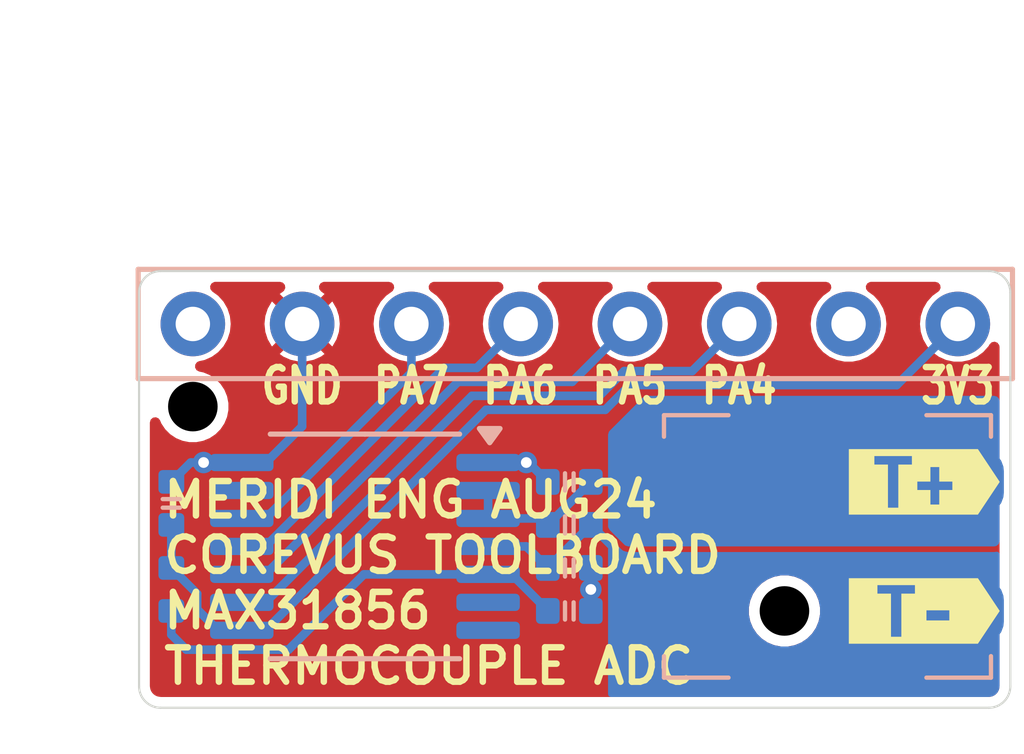
<source format=kicad_pcb>
(kicad_pcb (version 20240108) (generator "pcbnew") (generator_version "8.0")
  (layers (0 "F.Cu" signal) (31 "B.Cu" signal) (34 "B.Paste" user) (35 "F.Paste" user) (36 "B.SilkS" user "B.Silkscreen") (37 "F.SilkS" user "F.Silkscreen") (38 "B.Mask" user) (39 "F.Mask" user) (44 "Edge.Cuts" user))
  (net 0 "")
  (net 1 "+3.3V")
  (net 2 "VDDA")
  (net 3 "/PA6")
  (net 4 "/PA7")
  (net 5 "GND")
  (net 7 "+12V")
  (net 8 "/PA5")
  (net 9 "/PA4")
  (net 13 "/T+")
  (net 14 "/T-")
  (footprint "corevus:ToolingHole" (layer "F.Cu") (at -17.25 5.75)
    (property "Reference" "H1" (hide yes))
    (property "Value" "ToolingHole")
    (pad "" np_thru_hole circle (at 0 0) (size 1.3 1.3) (drill 1.152) (layers "*.Mask"))
  )
  (footprint "kibuzzard-66C1A6C4" (layer "F.Cu") (at -0.25 7.5)
    (property "Reference" "kibuzzard-66C1A6C4" (hide yes))
    (property "Value" "G***" (hide yes))
    (fp_poly (pts (xy -1.349973 -0.761551) (xy -1.75385 -0.761551) (xy -1.75385 0.761551) (xy -1.349973 0.761551) (xy -0.60377 0.761551) (xy -0.60377 0.6) (xy -0.844157 0.6) (xy -0.844157 -0.402262) (xy -1.160151 -0.402262) (xy -1.160151 -0.6) (xy -0.287776 -0.6) (xy -0.287776 -0.402262) (xy -0.60377 -0.402262) (xy -0.60377 0.6) (xy -0.60377 0.761551) (xy 0.348088 0.761551) (xy 0.348088 0.526333) (xy 0.142596 0.526333) (xy 0.142596 0.189015) (xy -0.161766 0.189015) (xy -0.161766 -0.006785) (xy 0.142596 -0.006785) (xy 0.142596 -0.344103) (xy 0.348088 -0.344103) (xy 0.348088 -0.006785) (xy 0.65245 -0.006785) (xy 0.65245 0.189015) (xy 0.348088 0.189015) (xy 0.348088 0.526333) (xy 0.348088 0.761551) (xy 0.842272 0.761551) (xy 1.24615 0.761551) (xy 1.75385 0) (xy 1.24615 -0.761551) (xy 0.842272 -0.761551) (xy -1.349973 -0.761551)) (fill solid) (layer "F.SilkS"))
  )
  (footprint "corevus:ToolingHole" (layer "F.Cu") (at -3.5 10.5)
    (property "Reference" "H2" (hide yes))
    (property "Value" "ToolingHole")
    (pad "" np_thru_hole circle (at 0 0) (size 1.3 1.3) (drill 1.152) (layers "*.Mask"))
  )
  (footprint "kibuzzard-66C1A6D0" (layer "F.Cu") (at -0.25 10.5)
    (property "Reference" "kibuzzard-66C1A6D0" (hide yes))
    (property "Value" "G***" (hide yes))
    (fp_poly (pts (xy -1.349973 -0.761551) (xy -1.75385 -0.761551) (xy -1.75385 0.761551) (xy -1.349973 0.761551) (xy -0.53301 0.761551) (xy -0.53301 0.6) (xy -0.773398 0.6) (xy -0.773398 -0.402262) (xy -1.089391 -0.402262) (xy -1.089391 -0.6) (xy -0.217017 -0.6) (xy -0.217017 -0.402262) (xy -0.53301 -0.402262) (xy -0.53301 0.6) (xy -0.53301 0.761551) (xy 0.581691 0.761551) (xy 0.581691 0.220032) (xy 0.050512 0.220032) (xy 0.050512 -0.01454) (xy 0.581691 -0.01454) (xy 0.581691 0.220032) (xy 0.581691 0.761551) (xy 0.842272 0.761551) (xy 1.24615 0.761551) (xy 1.75385 0) (xy 1.24615 -0.761551) (xy 0.842272 -0.761551) (xy -1.349973 -0.761551)) (fill solid) (layer "F.SilkS"))
  )
  (footprint "PCM_ME_passives:0402" (layer "B.Cu") (at -17.75 10 -90)
    (property "Reference" "R1" (hide yes))
    (property "Value" "0Ω")
    (pad "1" smd roundrect (at -0.499999 0 270) (size 0.55 0.6) (layers "B.Cu" "B.Paste" "B.Mask") (roundrect_rratio 0.1818181818) (net 1 "+3.3V"))
    (pad "2" smd roundrect (at 0.499999 0 270) (size 0.55 0.6) (layers "B.Cu" "B.Paste" "B.Mask") (roundrect_rratio 0.1818181818) (net 2 "VDDA"))
  )
  (footprint "PCM_ME_passives:0402C" (layer "B.Cu") (at -8.5 9.5 180)
    (property "Reference" "C3" (hide yes))
    (property "Value" "10nF")
    (fp_line (start 0.1 0.2) (end 0.1 -0.2) (stroke (width 0.1)) (layer "B.SilkS"))
    (fp_line (start -0.1 0.2) (end -0.1 -0.2) (stroke (width 0.1)) (layer "B.SilkS"))
    (pad "1" smd roundrect (at -0.499999 0 180) (size 0.55 0.6) (layers "B.Cu" "B.Paste" "B.Mask") (roundrect_rratio 0.1818181818) (net 5 "GND"))
    (pad "2" smd roundrect (at 0.499999 0 180) (size 0.55 0.6) (layers "B.Cu" "B.Paste" "B.Mask") (roundrect_rratio 0.1818181818) (net 13 "/T+"))
  )
  (footprint "Package_SO:TSSOP-14_4.4x5mm_P0.65mm" (layer "B.Cu") (at -13.25 9 180)
    (property "Reference" "U1" (hide yes))
    (property "Value" "MAX31856")
    (fp_line (start 2.2 2.61) (end 0 2.61) (stroke (width 0.12)) (layer "B.SilkS"))
    (fp_line (start 2.2 -2.61) (end 0 -2.61) (stroke (width 0.12)) (layer "B.SilkS"))
    (fp_line (start -2.2 2.61) (end 0 2.61) (stroke (width 0.12)) (layer "B.SilkS"))
    (fp_line (start -2.2 -2.61) (end 0 -2.61) (stroke (width 0.12)) (layer "B.SilkS"))
    (fp_poly (pts (xy -2.9 2.41) (xy -3.14 2.74) (xy -2.66 2.740001) (xy -2.9 2.41)) (stroke (width 0.12)) (fill solid) (layer "B.SilkS"))
    (pad "1" smd roundrect (at -2.8625 1.95 180) (size 1.475 0.4) (layers "B.Cu" "B.Paste" "B.Mask") (net 5 "GND"))
    (pad "2" smd roundrect (at -2.8625 1.3 180) (size 1.475 0.4) (layers "B.Cu" "B.Paste" "B.Mask") (net 14 "/T-"))
    (pad "3" smd roundrect (at -2.8625 0.65 180) (size 1.475 0.4) (layers "B.Cu" "B.Paste" "B.Mask") (net 14 "/T-"))
    (pad "4" smd roundrect (at -2.8625 0 180) (size 1.475 0.4) (layers "B.Cu" "B.Paste" "B.Mask") (net 13 "/T+"))
    (pad "5" smd roundrect (at -2.8625 -0.65 180) (size 1.475 0.4) (layers "B.Cu" "B.Paste" "B.Mask") (net 2 "VDDA"))
    (pad "6" smd roundrect (at -2.8625 -1.3 180) (size 1.475 0.4) (layers "B.Cu" "B.Paste" "B.Mask"))
    (pad "7" smd roundrect (at -2.8625 -1.95 180) (size 1.475 0.4) (layers "B.Cu" "B.Paste" "B.Mask"))
    (pad "8" smd roundrect (at 2.8625 -1.95 180) (size 1.475 0.4) (layers "B.Cu" "B.Paste" "B.Mask") (net 1 "+3.3V"))
    (pad "9" smd roundrect (at 2.8625 -1.3 180) (size 1.475 0.4) (layers "B.Cu" "B.Paste" "B.Mask") (net 9 "/PA4"))
    (pad "10" smd roundrect (at 2.8625 -0.65 180) (size 1.475 0.4) (layers "B.Cu" "B.Paste" "B.Mask") (net 8 "/PA5"))
    (pad "11" smd roundrect (at 2.8625 0 180) (size 1.475 0.4) (layers "B.Cu" "B.Paste" "B.Mask") (net 3 "/PA6"))
    (pad "12" smd roundrect (at 2.8625 0.65 180) (size 1.475 0.4) (layers "B.Cu" "B.Paste" "B.Mask") (net 4 "/PA7"))
    (pad "13" smd roundrect (at 2.8625 1.3 180) (size 1.475 0.4) (layers "B.Cu" "B.Paste" "B.Mask"))
    (pad "14" smd roundrect (at 2.8625 1.95 180) (size 1.475 0.4) (layers "B.Cu" "B.Paste" "B.Mask") (net 5 "GND"))
  )
  (footprint "PCM_ME_passives:0402C" (layer "B.Cu") (at -8.5 8.5 180)
    (property "Reference" "C5" (hide yes))
    (property "Value" "100nF")
    (fp_line (start 0.1 0.2) (end 0.1 -0.2) (stroke (width 0.1)) (layer "B.SilkS"))
    (fp_line (start -0.1 0.2) (end -0.1 -0.2) (stroke (width 0.1)) (layer "B.SilkS"))
    (pad "1" smd roundrect (at -0.499999 0 180) (size 0.55 0.6) (layers "B.Cu" "B.Paste" "B.Mask") (roundrect_rratio 0.1818181818) (net 13 "/T+"))
    (pad "2" smd roundrect (at 0.499999 0 180) (size 0.55 0.6) (layers "B.Cu" "B.Paste" "B.Mask") (roundrect_rratio 0.1818181818) (net 14 "/T-"))
  )
  (footprint "PCM_ME_passives:0402C" (layer "B.Cu") (at -8.5 10.5)
    (property "Reference" "C2" (hide yes))
    (property "Value" "100nF")
    (fp_line (start -0.1 0.2) (end -0.1 -0.2) (stroke (width 0.1)) (layer "B.SilkS"))
    (fp_line (start 0.1 0.2) (end 0.1 -0.2) (stroke (width 0.1)) (layer "B.SilkS"))
    (pad "1" smd roundrect (at -0.499999 0) (size 0.55 0.6) (layers "B.Cu" "B.Paste" "B.Mask") (roundrect_rratio 0.1818181818) (net 2 "VDDA"))
    (pad "2" smd roundrect (at 0.499999 0) (size 0.55 0.6) (layers "B.Cu" "B.Paste" "B.Mask") (roundrect_rratio 0.1818181818) (net 5 "GND"))
  )
  (footprint "PCM_ME_passives:0402C" (layer "B.Cu") (at -8.5 7.5)
    (property "Reference" "C4" (hide yes))
    (property "Value" "10nF")
    (fp_line (start -0.1 0.2) (end -0.1 -0.2) (stroke (width 0.1)) (layer "B.SilkS"))
    (fp_line (start 0.1 0.2) (end 0.1 -0.2) (stroke (width 0.1)) (layer "B.SilkS"))
    (pad "1" smd roundrect (at -0.499999 0) (size 0.55 0.6) (layers "B.Cu" "B.Paste" "B.Mask") (roundrect_rratio 0.1818181818) (net 5 "GND"))
    (pad "2" smd roundrect (at 0.499999 0) (size 0.55 0.6) (layers "B.Cu" "B.Paste" "B.Mask") (roundrect_rratio 0.1818181818) (net 14 "/T-"))
  )
  (footprint "PCM_ME_passives:0402C" (layer "B.Cu") (at -17.75 8 90)
    (property "Reference" "C1" (hide yes))
    (property "Value" "100nF")
    (fp_line (start 0.1 0.2) (end 0.1 -0.2) (stroke (width 0.1)) (layer "B.SilkS"))
    (fp_line (start -0.1 0.2) (end -0.1 -0.2) (stroke (width 0.1)) (layer "B.SilkS"))
    (pad "1" smd roundrect (at -0.499999 0 90) (size 0.55 0.6) (layers "B.Cu" "B.Paste" "B.Mask") (roundrect_rratio 0.1818181818) (net 1 "+3.3V"))
    (pad "2" smd roundrect (at 0.499999 0 90) (size 0.55 0.6) (layers "B.Cu" "B.Paste" "B.Mask") (roundrect_rratio 0.1818181818) (net 5 "GND"))
  )
  (footprint "corevus:PinHeader_1x08_P2.54mm_Vertical" (layer "B.Cu") (at -17.25 3.83 -90)
    (property "Reference" "J1" (hide yes))
    (property "Value" "Conn_01x08_Socket")
    (fp_line (start 1.27 1.27) (end -1.27 1.27) (stroke (width 0.12)) (layer "B.SilkS"))
    (fp_line (start -1.27 -19.05) (end -1.27 1.27) (stroke (width 0.12)) (layer "B.SilkS"))
    (fp_line (start 1.27 -19.05) (end 1.27 1.27) (stroke (width 0.12)) (layer "B.SilkS"))
    (fp_line (start 1.27 -19.05) (end -1.27 -19.05) (stroke (width 0.12)) (layer "B.SilkS"))
    (pad "1" thru_hole circle (at 0 0 270) (size 1.5 1.5) (drill 0.8) (layers "*.Cu" "*.Mask") (net 7 "+12V"))
    (pad "2" thru_hole circle (at 0 -2.54 270) (size 1.5 1.5) (drill 0.8) (layers "*.Cu" "*.Mask") (net 5 "GND"))
    (pad "3" thru_hole circle (at 0 -5.079999 270) (size 1.5 1.5) (drill 0.8) (layers "*.Cu" "*.Mask") (net 4 "/PA7"))
    (pad "4" thru_hole circle (at 0 -7.62 270) (size 1.5 1.5) (drill 0.8) (layers "*.Cu" "*.Mask") (net 3 "/PA6"))
    (pad "5" thru_hole circle (at 0 -10.16 270) (size 1.5 1.5) (drill 0.8) (layers "*.Cu" "*.Mask") (net 8 "/PA5"))
    (pad "6" thru_hole circle (at 0 -12.7 270) (size 1.5 1.5) (drill 0.8) (layers "*.Cu" "*.Mask") (net 9 "/PA4"))
    (pad "7" thru_hole circle (at 0 -15.24 270) (size 1.5 1.5) (drill 0.8) (layers "*.Cu" "*.Mask"))
    (pad "8" thru_hole circle (at 0 -17.780001 270) (size 1.5 1.5) (drill 0.8) (layers "*.Cu" "*.Mask") (net 1 "+3.3V"))
  )
  (footprint "corevus:WAGO_2059-302" (layer "B.Cu") (at -2.5 9 180)
    (property "Reference" "J2" (hide yes))
    (property "Value" "WAGO 1x2P")
    (fp_line (start 3.8 2.55) (end 3.8 3.05) (stroke (width 0.1)) (layer "B.SilkS"))
    (fp_line (start 3.8 -2.55) (end 3.8 -3.05) (stroke (width 0.1)) (layer "B.SilkS"))
    (fp_line (start 2.3 3.05) (end 3.8 3.05) (stroke (width 0.1)) (layer "B.SilkS"))
    (fp_line (start 2.3 -3.05) (end 3.8 -3.05) (stroke (width 0.1)) (layer "B.SilkS"))
    (fp_line (start -2.3 3.05) (end -3.8 3.05) (stroke (width 0.1)) (layer "B.SilkS"))
    (fp_line (start -2.3 -3.05) (end -3.8 -3.05) (stroke (width 0.1)) (layer "B.SilkS"))
    (fp_line (start -3.8 2.55) (end -3.8 3.05) (stroke (width 0.1)) (layer "B.SilkS"))
    (fp_line (start -3.8 -2.55) (end -3.8 -3.05) (stroke (width 0.1)) (layer "B.SilkS"))
    (pad "1" smd roundrect (at -2.85 1.5 90) (size 1.5 2.5) (layers "B.Cu" "B.Paste" "B.Mask") (roundrect_rratio 0.3333333333) (net 14 "/T-"))
    (pad "1" smd roundrect (at 3.35 1.5 90) (size 1.5 2.5) (layers "B.Cu" "B.Paste" "B.Mask") (roundrect_rratio 0.3333333333) (net 14 "/T-"))
    (pad "2" smd roundrect (at -2.85 -1.5 90) (size 1.5 2.5) (layers "B.Cu" "B.Paste" "B.Mask") (roundrect_rratio 0.3333333333) (net 13 "/T+"))
    (pad "2" smd roundrect (at 3.35 -1.5 90) (size 1.5 2.5) (layers "B.Cu" "B.Paste" "B.Mask") (roundrect_rratio 0.3333333333) (net 13 "/T+"))
  )
  (gr_arc (start -18 12.75) (mid -18.353553 12.603553) (end -18.5 12.25) (stroke (width 0.05)) (layer "Edge.Cuts"))
  (gr_line (start -18.5 3.1) (end -18.5 12.25) (stroke (width 0.05)) (layer "Edge.Cuts"))
  (gr_arc (start 1.75 12.25) (mid 1.603553 12.603553) (end 1.25 12.75) (stroke (width 0.05)) (layer "Edge.Cuts"))
  (gr_line (start 1.25 12.75) (end -18 12.75) (stroke (width 0.05)) (layer "Edge.Cuts"))
  (gr_line (start -18 2.6) (end 1.25 2.6) (stroke (width 0.05)) (layer "Edge.Cuts"))
  (gr_arc (start 1.25 2.6) (mid 1.603553 2.746447) (end 1.75 3.1) (stroke (width 0.05)) (layer "Edge.Cuts"))
  (gr_arc (start -18.5 3.1) (mid -18.353553 2.746447) (end -18 2.6) (stroke (width 0.05)) (layer "Edge.Cuts"))
  (gr_line (start 1.75 3.1) (end 1.75 12.25) (stroke (width 0.05)) (layer "Edge.Cuts"))
  (gr_text "PA7" (at -12.17 4.8 0) (layer "F.SilkS") (effects (font (size 0.8 0.6)) (justify top)))
  (gr_text "GND" (at -14.71 4.8 0) (layer "F.SilkS") (effects (font (size 0.8 0.6)) (justify top)))
  (gr_text "PA4" (at -4.55 4.8 0) (layer "F.SilkS") (effects (font (size 0.8 0.6)) (justify top)))
  (gr_text "3V3" (at 0.53 4.8 0) (layer "F.SilkS") (effects (font (size 0.8 0.6)) (justify top)))
  (gr_text "PA6" (at -9.63 4.8 0) (layer "F.SilkS") (effects (font (size 0.8 0.6)) (justify top)))
  (gr_text "MERIDI ENG AUG24\nCOREVUS TOOLBOARD \nMAX31856\nTHERMOCOUPLE ADC" (at -18 12.25 0) (layer "F.SilkS") (effects (font (size 0.8 0.8)) (justify left bottom)))
  (gr_text "PA5" (at -7.09 4.8 0) (layer "F.SilkS") (effects (font (size 0.8 0.6)) (justify top)))
  (segment (start -7.66576 5.825) (end -10.43761 5.825) (width 0.2) (layer "B.Cu") (net 1))
  (segment (start -16.1125 10.95) (end -16.66239 10.95) (width 0.2) (layer "B.Cu") (net 1))
  (segment (start -17.75 8.499999) (end -17.75 9.500001) (width 0.2) (layer "B.Cu") (net 1))
  (segment (start -7.09076 5.25) (end -7.66576 5.825) (width 0.2) (layer "B.Cu") (net 1))
  (segment (start -16.66239 10.95) (end -17.15 10.46239) (width 0.2) (layer "B.Cu") (net 1))
  (segment (start -0.889999 5.25) (end -7.09076 5.25) (width 0.2) (layer "B.Cu") (net 1))
  (segment (start -17.15 10.46239) (end -17.15 10.100001) (width 0.2) (layer "B.Cu") (net 1))
  (segment (start -17.15 10.100001) (end -17.75 9.500001) (width 0.2) (layer "B.Cu") (net 1))
  (segment (start 0.530001 3.83) (end -0.889999 5.25) (width 0.2) (layer "B.Cu") (net 1))
  (segment (start -10.43761 5.825) (end -15.56261 10.95) (width 0.2) (layer "B.Cu") (net 1))
  (segment (start -15.56261 10.95) (end -16.1125 10.95) (width 0.2) (layer "B.Cu") (net 1))
  (segment (start -17.75 11.05) (end -17.75 10.499999) (width 0.2) (layer "B.Cu") (net 2))
  (segment (start -8.999999 10.487611) (end -9.83761 9.65) (width 0.2) (layer "B.Cu") (net 2))
  (segment (start -9.83761 9.65) (end -10.3875 9.65) (width 0.2) (layer "B.Cu") (net 2))
  (segment (start -13.275 9.65) (end -15.025 11.4) (width 0.2) (layer "B.Cu") (net 2))
  (segment (start -8.999999 10.5) (end -8.999999 10.487611) (width 0.2) (layer "B.Cu") (net 2))
  (segment (start -15.025 11.4) (end -17.4 11.4) (width 0.2) (layer "B.Cu") (net 2))
  (segment (start -17.4 11.4) (end -17.75 11.05) (width 0.2) (layer "B.Cu") (net 2))
  (segment (start -10.3875 9.65) (end -13.275 9.65) (width 0.2) (layer "B.Cu") (net 2))
  (segment (start -15.56261 9) (end -11.41261 4.85) (width 0.2) (layer "B.Cu") (net 3))
  (segment (start -16.1125 9) (end -15.56261 9) (width 0.2) (layer "B.Cu") (net 3))
  (segment (start -10.65 4.85) (end -9.63 3.83) (width 0.2) (layer "B.Cu") (net 3))
  (segment (start -11.41261 4.85) (end -10.65 4.85) (width 0.2) (layer "B.Cu") (net 3))
  (segment (start -15.56261 8.35) (end -12.170001 4.957391) (width 0.2) (layer "B.Cu") (net 4))
  (segment (start -16.1125 8.35) (end -15.56261 8.35) (width 0.2) (layer "B.Cu") (net 4))
  (segment (start -12.170001 4.957391) (end -12.170001 3.83) (width 0.2) (layer "B.Cu") (net 4))
  (via (at -8 10) (size 0.5) (drill 0.25) (layers "F.Cu" "B.Cu") (net 5))
  (via (at -17 7.05) (size 0.5) (drill 0.25) (layers "F.Cu" "B.Cu") (net 5))
  (via (at -9.5 7.05) (size 0.5) (drill 0.25) (layers "F.Cu" "B.Cu") (net 5))
  (segment (start -17.299999 7.05) (end -17.75 7.500001) (width 0.2) (layer "B.Cu") (net 5))
  (segment (start -14.71 6.21) (end -15.55 7.05) (width 0.2) (layer "B.Cu") (net 5))
  (segment (start -9.5 7.05) (end -9.449999 7.05) (width 0.2) (layer "B.Cu") (net 5))
  (segment (start -17 7.05) (end -16.1125 7.05) (width 0.2) (layer "B.Cu") (net 5))
  (segment (start -9.5 7.05) (end -10.3875 7.05) (width 0.2) (layer "B.Cu") (net 5))
  (segment (start -8 10) (end -8.000001 10.000001) (width 0.2) (layer "B.Cu") (net 5))
  (segment (start -15.55 7.05) (end -16.1125 7.05) (width 0.2) (layer "B.Cu") (net 5))
  (segment (start -9.449999 7.05) (end -8.999999 7.5) (width 0.2) (layer "B.Cu") (net 5))
  (segment (start -8.000001 10.000001) (end -8.000001 10.5) (width 0.2) (layer "B.Cu") (net 5))
  (segment (start -17 7.05) (end -17.299999 7.05) (width 0.2) (layer "B.Cu") (net 5))
  (segment (start -14.71 3.83) (end -14.71 6.21) (width 0.2) (layer "B.Cu") (net 5))
  (segment (start -8.000001 9.5) (end -8.000001 9.999999) (width 0.2) (layer "B.Cu") (net 5))
  (segment (start -8.000001 9.999999) (end -8 10) (width 0.2) (layer "B.Cu") (net 5))
  (segment (start -11.08761 5.175) (end -8.435 5.175) (width 0.2) (layer "B.Cu") (net 8))
  (segment (start -16.1125 9.65) (end -15.56261 9.65) (width 0.2) (layer "B.Cu") (net 8))
  (segment (start -8.435 5.175) (end -7.09 3.83) (width 0.2) (layer "B.Cu") (net 8))
  (segment (start -15.56261 9.65) (end -11.08761 5.175) (width 0.2) (layer "B.Cu") (net 8))
  (segment (start -7.80038 5.5) (end -7.22538 4.925) (width 0.2) (layer "B.Cu") (net 9))
  (segment (start -7.22538 4.925) (end -5.645 4.925) (width 0.2) (layer "B.Cu") (net 9))
  (segment (start -16.1125 10.3) (end -15.56261 10.3) (width 0.2) (layer "B.Cu") (net 9))
  (segment (start -10.76261 5.5) (end -7.80038 5.5) (width 0.2) (layer "B.Cu") (net 9))
  (segment (start -15.56261 10.3) (end -10.76261 5.5) (width 0.2) (layer "B.Cu") (net 9))
  (segment (start -5.645 4.925) (end -4.55 3.83) (width 0.2) (layer "B.Cu") (net 9))
  (segment (start -8.999999 9.5) (end -9.499999 9) (width 0.2) (layer "B.Cu") (net 13))
  (segment (start -8.000001 8.5) (end -6.000001 10.5) (width 0.2) (layer "B.Cu") (net 13))
  (segment (start -8.000001 8.5) (end -8.000001 8.500002) (width 0.2) (layer "B.Cu") (net 13))
  (segment (start -8.000001 8.500002) (end -8.999999 9.5) (width 0.2) (layer "B.Cu") (net 13))
  (segment (start -9.499999 9) (end -10.3875 9) (width 0.2) (layer "B.Cu") (net 13))
  (segment (start -6.000001 10.5) (end -5.85 10.5) (width 0.2) (layer "B.Cu") (net 13))
  (segment (start -10.3875 8.35) (end -9.149999 8.35) (width 0.2) (layer "B.Cu") (net 14))
  (segment (start -8.999999 8.499998) (end -8.000001 7.5) (width 0.2) (layer "B.Cu") (net 14))
  (segment (start -8.999999 8.5) (end -8.999999 8.499998) (width 0.2) (layer "B.Cu") (net 14))
  (segment (start -9.149999 8.35) (end -8.999999 8.5) (width 0.2) (layer "B.Cu") (net 14))
  (segment (start -10.3875 7.7) (end -10.3875 8.35) (width 0.2) (layer "B.Cu") (net 14))
  (segment (start -8.000001 7.5) (end -5.85 7.5) (width 0.2) (layer "B.Cu") (net 14))
  (zone (net 5) (net_name "GND") (layer "F.Cu") (connect_pads thru_hole_only (clearance 0.125)) (min_thickness 0.25) (fill yes (thermal_gap 0.12) (thermal_bridge_width 0.25))
    (polygon (pts (xy 1.75 2.55) (xy 1.75 12.75) (xy -18.5 12.75) (xy -18.5 2.55)))
  )
  (zone (net 13) (net_name "/T+") (layer "B.Cu") (priority 9) (connect_pads yes (clearance 0.125)) (min_thickness 0.125) (fill yes (thermal_gap 0.5) (thermal_bridge_width 0.5))
    (polygon (pts (xy 1.75 12.75) (xy 1.75 9) (xy -7.6 9) (xy -7.6 12.75)))
  )
  (zone (net 14) (net_name "/T-") (layer "B.Cu") (priority 10) (connect_pads yes (clearance 0.125)) (min_thickness 0.25) (fill yes (thermal_gap 0.5) (thermal_bridge_width 0.5))
    (polygon (pts (xy 1.75 9) (xy 1.75 5.5) (xy -6.75 5.5) (xy -7.6 6.35) (xy -7.6 9)))
  )
)
</source>
